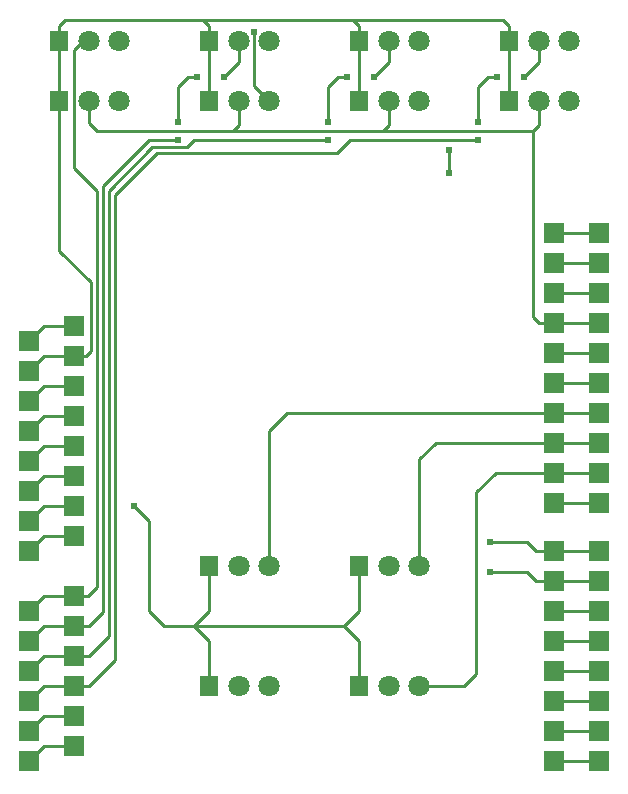
<source format=gtl>
G04 Layer: TopLayer*
G04 EasyEDA v6.5.38, 2023-11-18 20:37:54*
G04 b8ba80685cd040f094fae154fa66d560,1f58bdd708a443c08c5fadb9c6478ee0,10*
G04 Gerber Generator version 0.2*
G04 Scale: 100 percent, Rotated: No, Reflected: No *
G04 Dimensions in millimeters *
G04 leading zeros omitted , absolute positions ,4 integer and 5 decimal *
%FSLAX45Y45*%
%MOMM*%

%AMMACRO1*21,1,$1,$2,0,0,$3*%
%ADD10C,0.2540*%
%ADD11C,1.8000*%
%ADD12R,1.5748X1.8000*%
%ADD13MACRO1,1.7X1.7X-90.0000*%
%ADD14R,1.7000X1.7000*%
%ADD15C,0.6200*%
%ADD16C,0.0161*%

%LPD*%
D10*
X508000Y6096000D02*
G01*
X508000Y4826000D01*
X774700Y4559300D01*
X774700Y3975100D01*
X736600Y3937000D01*
X635000Y3937000D01*
X4051300Y5765800D02*
G01*
X2971800Y5765800D01*
X2857500Y5651500D01*
X1333500Y5651500D01*
X977900Y5295900D01*
X977900Y1358900D01*
X762000Y1143000D01*
X635000Y1143000D01*
X2781300Y5765800D02*
G01*
X1651000Y5765800D01*
X1587500Y5702300D01*
X1295400Y5702300D01*
X927100Y5334000D01*
X927100Y1562100D01*
X761992Y1396992D01*
X635000Y1396992D01*
X4572005Y6604005D02*
G01*
X4572005Y6426205D01*
X4445000Y6299200D01*
X4216400Y6299200D02*
G01*
X4140200Y6299200D01*
X4051300Y6210300D01*
X4051300Y5918200D01*
X3302005Y6604005D02*
G01*
X3302005Y6426205D01*
X3175000Y6299200D01*
X2946400Y6299200D02*
G01*
X2870200Y6299200D01*
X2781300Y6210300D01*
X2781300Y5918200D01*
X2032005Y6604005D02*
G01*
X2032005Y6426205D01*
X1905000Y6299200D01*
X1511300Y5765800D02*
G01*
X1270000Y5765800D01*
X876300Y5372100D01*
X876300Y1765300D01*
X762000Y1651000D01*
X635000Y1651000D01*
X1676400Y6299200D02*
G01*
X1600200Y6299200D01*
X1511300Y6210300D01*
X1511300Y5918200D01*
X762000Y6604000D02*
G01*
X711200Y6604000D01*
X635000Y6527800D01*
X635000Y5524500D01*
X825500Y5334000D01*
X825500Y1981200D01*
X749300Y1905000D01*
X635000Y1905000D01*
X1143000Y2667000D02*
G01*
X1270000Y2540000D01*
X1270000Y1778000D01*
X1397000Y1651000D01*
X2921000Y1651000D01*
X3048000Y1778000D01*
X3048000Y2159000D01*
X4699000Y2285992D02*
G01*
X4546607Y2285992D01*
X4470400Y2362200D01*
X4152900Y2362200D01*
X3810000Y5486400D02*
G01*
X3810000Y5676900D01*
X4699000Y2946400D02*
G01*
X4203700Y2946400D01*
X4038600Y2781300D01*
X4038600Y1244600D01*
X3937000Y1143000D01*
X3556000Y1143000D01*
X4699000Y2031992D02*
G01*
X4546607Y2031992D01*
X4470400Y2108200D01*
X4140200Y2108200D01*
X2159000Y6680200D02*
G01*
X2159000Y6223005D01*
X2286000Y6096005D01*
X4521200Y5842000D02*
G01*
X4521200Y4267200D01*
X4572000Y4216400D01*
X4699000Y4216400D01*
X2032000Y6096000D02*
G01*
X2032000Y5892800D01*
X1981200Y5842000D01*
X1899157Y5842000D01*
X762000Y6096000D02*
G01*
X762000Y5905500D01*
X825500Y5842000D01*
X4521200Y5842000D01*
X4572000Y5892800D01*
X4572000Y6096000D01*
X3302000Y6096000D02*
G01*
X3302000Y5892800D01*
X3250945Y5842000D01*
X3233165Y5842000D01*
X3048000Y6604000D02*
G01*
X3048000Y6731000D01*
X2997200Y6781800D01*
X2931159Y6781800D01*
X1778000Y6604000D02*
G01*
X1778000Y6731000D01*
X1727200Y6781800D01*
X1690623Y6781800D01*
X508000Y6604000D02*
G01*
X508000Y6731000D01*
X558800Y6781800D01*
X4267200Y6781800D01*
X4318000Y6731000D01*
X4318000Y6604000D01*
X4318000Y6604005D02*
G01*
X4318000Y6096005D01*
X3048000Y6604005D02*
G01*
X3048000Y6096005D01*
X1778005Y6604005D02*
G01*
X1778005Y6096005D01*
X508005Y6604005D02*
G01*
X508005Y6096005D01*
X1524000Y1651000D02*
G01*
X1651000Y1651000D01*
X1778000Y1778000D01*
X1778000Y2159000D01*
X1524000Y1651000D02*
G01*
X1651000Y1651000D01*
X1778000Y1524000D01*
X1778000Y1143000D01*
X2921000Y1651000D02*
G01*
X3048005Y1523994D01*
X3048005Y1143005D01*
X4699000Y3454400D02*
G01*
X2438400Y3454400D01*
X2286000Y3302000D01*
X2286000Y2159000D01*
X4699000Y3200400D02*
G01*
X3695700Y3200400D01*
X3556000Y3060700D01*
X3556000Y2159000D01*
X254000Y4063992D02*
G01*
X381000Y4190992D01*
X635000Y4190992D01*
X254000Y3809992D02*
G01*
X381000Y3936992D01*
X635000Y3936992D01*
X254000Y3555992D02*
G01*
X381000Y3682992D01*
X635000Y3682992D01*
X254000Y3301992D02*
G01*
X381000Y3428992D01*
X635000Y3428992D01*
X254000Y3047992D02*
G01*
X381000Y3174992D01*
X635000Y3174992D01*
X254000Y2793992D02*
G01*
X381000Y2920992D01*
X635000Y2920992D01*
X254000Y2539992D02*
G01*
X381000Y2666992D01*
X635000Y2666992D01*
X254000Y2285992D02*
G01*
X381000Y2412992D01*
X635000Y2412992D01*
X254000Y1777992D02*
G01*
X381000Y1904992D01*
X635000Y1904992D01*
X254000Y1523992D02*
G01*
X381000Y1650992D01*
X635000Y1650992D01*
X254000Y1269992D02*
G01*
X381000Y1396992D01*
X635000Y1396992D01*
X254000Y1015992D02*
G01*
X381000Y1142992D01*
X635000Y1142992D01*
X254000Y761992D02*
G01*
X381000Y888992D01*
X635000Y888992D01*
X254000Y507992D02*
G01*
X381000Y634992D01*
X635000Y634992D01*
X5079974Y507992D02*
G01*
X4699000Y507992D01*
X5079974Y761992D02*
G01*
X4699000Y761992D01*
X5079974Y1015992D02*
G01*
X4699000Y1015992D01*
X5079974Y1269992D02*
G01*
X4699000Y1269992D01*
X5079974Y1523992D02*
G01*
X4699000Y1523992D01*
X5079974Y1777992D02*
G01*
X4699000Y1777992D01*
X5079974Y2031992D02*
G01*
X4699000Y2031992D01*
X5079974Y2285992D02*
G01*
X4699000Y2285992D01*
X5079974Y2692392D02*
G01*
X4699000Y2692392D01*
X5079974Y2946392D02*
G01*
X4699000Y2946392D01*
X5079974Y3200392D02*
G01*
X4699000Y3200392D01*
X5079974Y3454392D02*
G01*
X4699000Y3454392D01*
X5079974Y3708392D02*
G01*
X4699000Y3708392D01*
X5079974Y3962392D02*
G01*
X4699000Y3962392D01*
X5079974Y4216392D02*
G01*
X4699000Y4216392D01*
X5079974Y4470392D02*
G01*
X4699000Y4470392D01*
X5079974Y4724392D02*
G01*
X4699000Y4724392D01*
X5079974Y4978392D02*
G01*
X4699000Y4978392D01*
D11*
G01*
X2286005Y6096005D03*
G01*
X2032005Y6096005D03*
D12*
G01*
X1778005Y6096005D03*
D11*
G01*
X2286005Y6604005D03*
G01*
X2032005Y6604005D03*
D12*
G01*
X1778005Y6604005D03*
D11*
G01*
X3556005Y6096005D03*
G01*
X3302005Y6096005D03*
D12*
G01*
X3048005Y6096005D03*
D11*
G01*
X3556005Y6604005D03*
G01*
X3302005Y6604005D03*
D12*
G01*
X3048005Y6604005D03*
D11*
G01*
X4826005Y6604005D03*
G01*
X4572005Y6604005D03*
D12*
G01*
X4318005Y6604005D03*
D11*
G01*
X4826005Y6096005D03*
G01*
X4572005Y6096005D03*
D12*
G01*
X4318005Y6096005D03*
D11*
G01*
X1016005Y6604005D03*
G01*
X762005Y6604005D03*
D12*
G01*
X508005Y6604005D03*
D11*
G01*
X1016005Y6096005D03*
G01*
X762005Y6096005D03*
D12*
G01*
X508005Y6096005D03*
D11*
G01*
X2286005Y2159005D03*
G01*
X2032005Y2159005D03*
D12*
G01*
X1778005Y2159005D03*
D11*
G01*
X3556005Y2159005D03*
G01*
X3302005Y2159005D03*
D12*
G01*
X3048005Y2159005D03*
D11*
G01*
X3556005Y1143005D03*
G01*
X3302005Y1143005D03*
D12*
G01*
X3048005Y1143005D03*
D11*
G01*
X2286005Y1143005D03*
G01*
X2032005Y1143005D03*
D12*
G01*
X1778005Y1143005D03*
D13*
G01*
X5079974Y4978400D03*
G01*
X5079974Y4724400D03*
G01*
X5079974Y4470400D03*
G01*
X5079974Y4216400D03*
G01*
X5079974Y3962400D03*
G01*
X5079974Y3708400D03*
G01*
X5079974Y3454400D03*
G01*
X5079974Y3200400D03*
G01*
X5079974Y2946400D03*
G01*
X5079974Y2692400D03*
G01*
X5079974Y2286000D03*
G01*
X5079974Y2032000D03*
G01*
X5079974Y1778000D03*
G01*
X5079974Y1524000D03*
G01*
X5079974Y1270000D03*
G01*
X5079974Y1016000D03*
G01*
X5079974Y762000D03*
G01*
X5079974Y508000D03*
G01*
X254000Y508000D03*
G01*
X254000Y762000D03*
G01*
X254000Y1016000D03*
G01*
X254000Y1270000D03*
G01*
X254000Y1524000D03*
G01*
X254000Y1778000D03*
G01*
X254000Y2286000D03*
G01*
X254000Y2540000D03*
G01*
X254000Y2794000D03*
G01*
X254000Y3048000D03*
G01*
X254000Y3302000D03*
G01*
X254000Y3556000D03*
G01*
X254000Y3810000D03*
G01*
X254000Y4064000D03*
D14*
G01*
X635000Y4190992D03*
G01*
X635000Y3936992D03*
G01*
X635000Y3682992D03*
G01*
X635000Y3428992D03*
G01*
X635000Y3174992D03*
G01*
X635000Y2920992D03*
G01*
X635000Y2666992D03*
G01*
X635000Y2412992D03*
G01*
X635000Y1904992D03*
G01*
X635000Y1650992D03*
G01*
X635000Y1396992D03*
G01*
X635000Y1142992D03*
G01*
X635000Y888992D03*
G01*
X635000Y634992D03*
G01*
X4699000Y507992D03*
G01*
X4699000Y761992D03*
G01*
X4699000Y1015992D03*
G01*
X4699000Y1269992D03*
G01*
X4699000Y1523992D03*
G01*
X4699000Y1777992D03*
G01*
X4699000Y2031992D03*
G01*
X4699000Y2285992D03*
G01*
X4699000Y2692392D03*
G01*
X4699000Y2946392D03*
G01*
X4699000Y3200392D03*
G01*
X4699000Y3454392D03*
G01*
X4699000Y3708392D03*
G01*
X4699000Y3962392D03*
G01*
X4699000Y4216392D03*
G01*
X4699000Y4470392D03*
G01*
X4699000Y4724392D03*
G01*
X4699000Y4978392D03*
D15*
G01*
X2159000Y6680200D03*
G01*
X4152900Y2108200D03*
G01*
X3810000Y5486400D03*
G01*
X3810000Y5676900D03*
G01*
X4152900Y2362200D03*
G01*
X1143000Y2667000D03*
G01*
X1905000Y6299200D03*
G01*
X1676400Y6299200D03*
G01*
X1511300Y5918200D03*
G01*
X1511300Y5765800D03*
G01*
X3175000Y6299200D03*
G01*
X2946400Y6299200D03*
G01*
X2781300Y5918200D03*
G01*
X2781300Y5765800D03*
G01*
X4445000Y6299200D03*
G01*
X4216400Y6299200D03*
G01*
X4051300Y5918200D03*
G01*
X4051300Y5765800D03*
M02*

</source>
